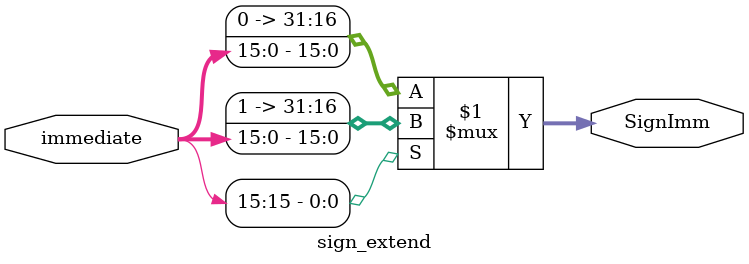
<source format=v>
`default_nettype none
module sign_extend #(
    parameter input_bus =16,
    parameter output_bus=32
) (
    input wire [input_bus-1:0]immediate ,
    output wire [output_bus-1:0]SignImm
);
    
    assign SignImm=immediate[input_bus-1]?{{(output_bus-input_bus){1'b1}},immediate}:{{(output_bus-input_bus){1'b0}},immediate};

endmodule
</source>
